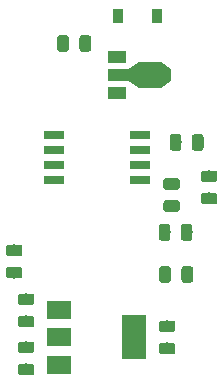
<source format=gbr>
G04 #@! TF.GenerationSoftware,KiCad,Pcbnew,(5.1.2)-2*
G04 #@! TF.CreationDate,2019-07-25T16:59:57-04:00*
G04 #@! TF.ProjectId,CABR_Schematic,43414252-5f53-4636-9865-6d617469632e,rev?*
G04 #@! TF.SameCoordinates,Original*
G04 #@! TF.FileFunction,Paste,Top*
G04 #@! TF.FilePolarity,Positive*
%FSLAX46Y46*%
G04 Gerber Fmt 4.6, Leading zero omitted, Abs format (unit mm)*
G04 Created by KiCad (PCBNEW (5.1.2)-2) date 2019-07-25 16:59:57*
%MOMM*%
%LPD*%
G04 APERTURE LIST*
%ADD10C,0.100000*%
%ADD11C,0.975000*%
%ADD12R,0.900000X1.200000*%
%ADD13C,0.850000*%
%ADD14R,1.500000X1.000000*%
%ADD15R,1.800000X1.000000*%
%ADD16R,1.840000X2.200000*%
%ADD17C,1.000000*%
%ADD18R,2.000000X3.800000*%
%ADD19R,2.000000X1.500000*%
%ADD20R,1.700000X0.650000*%
G04 APERTURE END LIST*
D10*
G36*
X143736142Y-100019174D02*
G01*
X143759803Y-100022684D01*
X143783007Y-100028496D01*
X143805529Y-100036554D01*
X143827153Y-100046782D01*
X143847670Y-100059079D01*
X143866883Y-100073329D01*
X143884607Y-100089393D01*
X143900671Y-100107117D01*
X143914921Y-100126330D01*
X143927218Y-100146847D01*
X143937446Y-100168471D01*
X143945504Y-100190993D01*
X143951316Y-100214197D01*
X143954826Y-100237858D01*
X143956000Y-100261750D01*
X143956000Y-100749250D01*
X143954826Y-100773142D01*
X143951316Y-100796803D01*
X143945504Y-100820007D01*
X143937446Y-100842529D01*
X143927218Y-100864153D01*
X143914921Y-100884670D01*
X143900671Y-100903883D01*
X143884607Y-100921607D01*
X143866883Y-100937671D01*
X143847670Y-100951921D01*
X143827153Y-100964218D01*
X143805529Y-100974446D01*
X143783007Y-100982504D01*
X143759803Y-100988316D01*
X143736142Y-100991826D01*
X143712250Y-100993000D01*
X142799750Y-100993000D01*
X142775858Y-100991826D01*
X142752197Y-100988316D01*
X142728993Y-100982504D01*
X142706471Y-100974446D01*
X142684847Y-100964218D01*
X142664330Y-100951921D01*
X142645117Y-100937671D01*
X142627393Y-100921607D01*
X142611329Y-100903883D01*
X142597079Y-100884670D01*
X142584782Y-100864153D01*
X142574554Y-100842529D01*
X142566496Y-100820007D01*
X142560684Y-100796803D01*
X142557174Y-100773142D01*
X142556000Y-100749250D01*
X142556000Y-100261750D01*
X142557174Y-100237858D01*
X142560684Y-100214197D01*
X142566496Y-100190993D01*
X142574554Y-100168471D01*
X142584782Y-100146847D01*
X142597079Y-100126330D01*
X142611329Y-100107117D01*
X142627393Y-100089393D01*
X142645117Y-100073329D01*
X142664330Y-100059079D01*
X142684847Y-100046782D01*
X142706471Y-100036554D01*
X142728993Y-100028496D01*
X142752197Y-100022684D01*
X142775858Y-100019174D01*
X142799750Y-100018000D01*
X143712250Y-100018000D01*
X143736142Y-100019174D01*
X143736142Y-100019174D01*
G37*
D11*
X143256000Y-100505500D03*
D10*
G36*
X143736142Y-98144174D02*
G01*
X143759803Y-98147684D01*
X143783007Y-98153496D01*
X143805529Y-98161554D01*
X143827153Y-98171782D01*
X143847670Y-98184079D01*
X143866883Y-98198329D01*
X143884607Y-98214393D01*
X143900671Y-98232117D01*
X143914921Y-98251330D01*
X143927218Y-98271847D01*
X143937446Y-98293471D01*
X143945504Y-98315993D01*
X143951316Y-98339197D01*
X143954826Y-98362858D01*
X143956000Y-98386750D01*
X143956000Y-98874250D01*
X143954826Y-98898142D01*
X143951316Y-98921803D01*
X143945504Y-98945007D01*
X143937446Y-98967529D01*
X143927218Y-98989153D01*
X143914921Y-99009670D01*
X143900671Y-99028883D01*
X143884607Y-99046607D01*
X143866883Y-99062671D01*
X143847670Y-99076921D01*
X143827153Y-99089218D01*
X143805529Y-99099446D01*
X143783007Y-99107504D01*
X143759803Y-99113316D01*
X143736142Y-99116826D01*
X143712250Y-99118000D01*
X142799750Y-99118000D01*
X142775858Y-99116826D01*
X142752197Y-99113316D01*
X142728993Y-99107504D01*
X142706471Y-99099446D01*
X142684847Y-99089218D01*
X142664330Y-99076921D01*
X142645117Y-99062671D01*
X142627393Y-99046607D01*
X142611329Y-99028883D01*
X142597079Y-99009670D01*
X142584782Y-98989153D01*
X142574554Y-98967529D01*
X142566496Y-98945007D01*
X142560684Y-98921803D01*
X142557174Y-98898142D01*
X142556000Y-98874250D01*
X142556000Y-98386750D01*
X142557174Y-98362858D01*
X142560684Y-98339197D01*
X142566496Y-98315993D01*
X142574554Y-98293471D01*
X142584782Y-98271847D01*
X142597079Y-98251330D01*
X142611329Y-98232117D01*
X142627393Y-98214393D01*
X142645117Y-98198329D01*
X142664330Y-98184079D01*
X142684847Y-98171782D01*
X142706471Y-98161554D01*
X142728993Y-98153496D01*
X142752197Y-98147684D01*
X142775858Y-98144174D01*
X142799750Y-98143000D01*
X143712250Y-98143000D01*
X143736142Y-98144174D01*
X143736142Y-98144174D01*
G37*
D11*
X143256000Y-98630500D03*
D10*
G36*
X155674142Y-98241174D02*
G01*
X155697803Y-98244684D01*
X155721007Y-98250496D01*
X155743529Y-98258554D01*
X155765153Y-98268782D01*
X155785670Y-98281079D01*
X155804883Y-98295329D01*
X155822607Y-98311393D01*
X155838671Y-98329117D01*
X155852921Y-98348330D01*
X155865218Y-98368847D01*
X155875446Y-98390471D01*
X155883504Y-98412993D01*
X155889316Y-98436197D01*
X155892826Y-98459858D01*
X155894000Y-98483750D01*
X155894000Y-98971250D01*
X155892826Y-98995142D01*
X155889316Y-99018803D01*
X155883504Y-99042007D01*
X155875446Y-99064529D01*
X155865218Y-99086153D01*
X155852921Y-99106670D01*
X155838671Y-99125883D01*
X155822607Y-99143607D01*
X155804883Y-99159671D01*
X155785670Y-99173921D01*
X155765153Y-99186218D01*
X155743529Y-99196446D01*
X155721007Y-99204504D01*
X155697803Y-99210316D01*
X155674142Y-99213826D01*
X155650250Y-99215000D01*
X154737750Y-99215000D01*
X154713858Y-99213826D01*
X154690197Y-99210316D01*
X154666993Y-99204504D01*
X154644471Y-99196446D01*
X154622847Y-99186218D01*
X154602330Y-99173921D01*
X154583117Y-99159671D01*
X154565393Y-99143607D01*
X154549329Y-99125883D01*
X154535079Y-99106670D01*
X154522782Y-99086153D01*
X154512554Y-99064529D01*
X154504496Y-99042007D01*
X154498684Y-99018803D01*
X154495174Y-98995142D01*
X154494000Y-98971250D01*
X154494000Y-98483750D01*
X154495174Y-98459858D01*
X154498684Y-98436197D01*
X154504496Y-98412993D01*
X154512554Y-98390471D01*
X154522782Y-98368847D01*
X154535079Y-98348330D01*
X154549329Y-98329117D01*
X154565393Y-98311393D01*
X154583117Y-98295329D01*
X154602330Y-98281079D01*
X154622847Y-98268782D01*
X154644471Y-98258554D01*
X154666993Y-98250496D01*
X154690197Y-98244684D01*
X154713858Y-98241174D01*
X154737750Y-98240000D01*
X155650250Y-98240000D01*
X155674142Y-98241174D01*
X155674142Y-98241174D01*
G37*
D11*
X155194000Y-98727500D03*
D10*
G36*
X155674142Y-96366174D02*
G01*
X155697803Y-96369684D01*
X155721007Y-96375496D01*
X155743529Y-96383554D01*
X155765153Y-96393782D01*
X155785670Y-96406079D01*
X155804883Y-96420329D01*
X155822607Y-96436393D01*
X155838671Y-96454117D01*
X155852921Y-96473330D01*
X155865218Y-96493847D01*
X155875446Y-96515471D01*
X155883504Y-96537993D01*
X155889316Y-96561197D01*
X155892826Y-96584858D01*
X155894000Y-96608750D01*
X155894000Y-97096250D01*
X155892826Y-97120142D01*
X155889316Y-97143803D01*
X155883504Y-97167007D01*
X155875446Y-97189529D01*
X155865218Y-97211153D01*
X155852921Y-97231670D01*
X155838671Y-97250883D01*
X155822607Y-97268607D01*
X155804883Y-97284671D01*
X155785670Y-97298921D01*
X155765153Y-97311218D01*
X155743529Y-97321446D01*
X155721007Y-97329504D01*
X155697803Y-97335316D01*
X155674142Y-97338826D01*
X155650250Y-97340000D01*
X154737750Y-97340000D01*
X154713858Y-97338826D01*
X154690197Y-97335316D01*
X154666993Y-97329504D01*
X154644471Y-97321446D01*
X154622847Y-97311218D01*
X154602330Y-97298921D01*
X154583117Y-97284671D01*
X154565393Y-97268607D01*
X154549329Y-97250883D01*
X154535079Y-97231670D01*
X154522782Y-97211153D01*
X154512554Y-97189529D01*
X154504496Y-97167007D01*
X154498684Y-97143803D01*
X154495174Y-97120142D01*
X154494000Y-97096250D01*
X154494000Y-96608750D01*
X154495174Y-96584858D01*
X154498684Y-96561197D01*
X154504496Y-96537993D01*
X154512554Y-96515471D01*
X154522782Y-96493847D01*
X154535079Y-96473330D01*
X154549329Y-96454117D01*
X154565393Y-96436393D01*
X154583117Y-96420329D01*
X154602330Y-96406079D01*
X154622847Y-96393782D01*
X154644471Y-96383554D01*
X154666993Y-96375496D01*
X154690197Y-96369684D01*
X154713858Y-96366174D01*
X154737750Y-96365000D01*
X155650250Y-96365000D01*
X155674142Y-96366174D01*
X155674142Y-96366174D01*
G37*
D11*
X155194000Y-96852500D03*
D10*
G36*
X142720142Y-91812674D02*
G01*
X142743803Y-91816184D01*
X142767007Y-91821996D01*
X142789529Y-91830054D01*
X142811153Y-91840282D01*
X142831670Y-91852579D01*
X142850883Y-91866829D01*
X142868607Y-91882893D01*
X142884671Y-91900617D01*
X142898921Y-91919830D01*
X142911218Y-91940347D01*
X142921446Y-91961971D01*
X142929504Y-91984493D01*
X142935316Y-92007697D01*
X142938826Y-92031358D01*
X142940000Y-92055250D01*
X142940000Y-92542750D01*
X142938826Y-92566642D01*
X142935316Y-92590303D01*
X142929504Y-92613507D01*
X142921446Y-92636029D01*
X142911218Y-92657653D01*
X142898921Y-92678170D01*
X142884671Y-92697383D01*
X142868607Y-92715107D01*
X142850883Y-92731171D01*
X142831670Y-92745421D01*
X142811153Y-92757718D01*
X142789529Y-92767946D01*
X142767007Y-92776004D01*
X142743803Y-92781816D01*
X142720142Y-92785326D01*
X142696250Y-92786500D01*
X141783750Y-92786500D01*
X141759858Y-92785326D01*
X141736197Y-92781816D01*
X141712993Y-92776004D01*
X141690471Y-92767946D01*
X141668847Y-92757718D01*
X141648330Y-92745421D01*
X141629117Y-92731171D01*
X141611393Y-92715107D01*
X141595329Y-92697383D01*
X141581079Y-92678170D01*
X141568782Y-92657653D01*
X141558554Y-92636029D01*
X141550496Y-92613507D01*
X141544684Y-92590303D01*
X141541174Y-92566642D01*
X141540000Y-92542750D01*
X141540000Y-92055250D01*
X141541174Y-92031358D01*
X141544684Y-92007697D01*
X141550496Y-91984493D01*
X141558554Y-91961971D01*
X141568782Y-91940347D01*
X141581079Y-91919830D01*
X141595329Y-91900617D01*
X141611393Y-91882893D01*
X141629117Y-91866829D01*
X141648330Y-91852579D01*
X141668847Y-91840282D01*
X141690471Y-91830054D01*
X141712993Y-91821996D01*
X141736197Y-91816184D01*
X141759858Y-91812674D01*
X141783750Y-91811500D01*
X142696250Y-91811500D01*
X142720142Y-91812674D01*
X142720142Y-91812674D01*
G37*
D11*
X142240000Y-92299000D03*
D10*
G36*
X142720142Y-89937674D02*
G01*
X142743803Y-89941184D01*
X142767007Y-89946996D01*
X142789529Y-89955054D01*
X142811153Y-89965282D01*
X142831670Y-89977579D01*
X142850883Y-89991829D01*
X142868607Y-90007893D01*
X142884671Y-90025617D01*
X142898921Y-90044830D01*
X142911218Y-90065347D01*
X142921446Y-90086971D01*
X142929504Y-90109493D01*
X142935316Y-90132697D01*
X142938826Y-90156358D01*
X142940000Y-90180250D01*
X142940000Y-90667750D01*
X142938826Y-90691642D01*
X142935316Y-90715303D01*
X142929504Y-90738507D01*
X142921446Y-90761029D01*
X142911218Y-90782653D01*
X142898921Y-90803170D01*
X142884671Y-90822383D01*
X142868607Y-90840107D01*
X142850883Y-90856171D01*
X142831670Y-90870421D01*
X142811153Y-90882718D01*
X142789529Y-90892946D01*
X142767007Y-90901004D01*
X142743803Y-90906816D01*
X142720142Y-90910326D01*
X142696250Y-90911500D01*
X141783750Y-90911500D01*
X141759858Y-90910326D01*
X141736197Y-90906816D01*
X141712993Y-90901004D01*
X141690471Y-90892946D01*
X141668847Y-90882718D01*
X141648330Y-90870421D01*
X141629117Y-90856171D01*
X141611393Y-90840107D01*
X141595329Y-90822383D01*
X141581079Y-90803170D01*
X141568782Y-90782653D01*
X141558554Y-90761029D01*
X141550496Y-90738507D01*
X141544684Y-90715303D01*
X141541174Y-90691642D01*
X141540000Y-90667750D01*
X141540000Y-90180250D01*
X141541174Y-90156358D01*
X141544684Y-90132697D01*
X141550496Y-90109493D01*
X141558554Y-90086971D01*
X141568782Y-90065347D01*
X141581079Y-90044830D01*
X141595329Y-90025617D01*
X141611393Y-90007893D01*
X141629117Y-89991829D01*
X141648330Y-89977579D01*
X141668847Y-89965282D01*
X141690471Y-89955054D01*
X141712993Y-89946996D01*
X141736197Y-89941184D01*
X141759858Y-89937674D01*
X141783750Y-89936500D01*
X142696250Y-89936500D01*
X142720142Y-89937674D01*
X142720142Y-89937674D01*
G37*
D11*
X142240000Y-90424000D03*
D12*
X154304000Y-70612000D03*
X151004000Y-70612000D03*
D13*
X155067000Y-75565000D03*
D10*
G36*
X154642000Y-74465000D02*
G01*
X155492000Y-75065000D01*
X155492000Y-76065000D01*
X154642000Y-76665000D01*
X154642000Y-74465000D01*
X154642000Y-74465000D01*
G37*
D14*
X150920000Y-74065000D03*
D15*
X151066500Y-75565000D03*
D14*
X150920000Y-77065000D03*
D16*
X153733500Y-75565000D03*
D17*
X152323800Y-75565000D03*
D10*
G36*
X152823800Y-76665000D02*
G01*
X151823800Y-75965000D01*
X151823800Y-75165000D01*
X152823800Y-74465000D01*
X152823800Y-76665000D01*
X152823800Y-76665000D01*
G37*
G36*
X157112642Y-88201174D02*
G01*
X157136303Y-88204684D01*
X157159507Y-88210496D01*
X157182029Y-88218554D01*
X157203653Y-88228782D01*
X157224170Y-88241079D01*
X157243383Y-88255329D01*
X157261107Y-88271393D01*
X157277171Y-88289117D01*
X157291421Y-88308330D01*
X157303718Y-88328847D01*
X157313946Y-88350471D01*
X157322004Y-88372993D01*
X157327816Y-88396197D01*
X157331326Y-88419858D01*
X157332500Y-88443750D01*
X157332500Y-89356250D01*
X157331326Y-89380142D01*
X157327816Y-89403803D01*
X157322004Y-89427007D01*
X157313946Y-89449529D01*
X157303718Y-89471153D01*
X157291421Y-89491670D01*
X157277171Y-89510883D01*
X157261107Y-89528607D01*
X157243383Y-89544671D01*
X157224170Y-89558921D01*
X157203653Y-89571218D01*
X157182029Y-89581446D01*
X157159507Y-89589504D01*
X157136303Y-89595316D01*
X157112642Y-89598826D01*
X157088750Y-89600000D01*
X156601250Y-89600000D01*
X156577358Y-89598826D01*
X156553697Y-89595316D01*
X156530493Y-89589504D01*
X156507971Y-89581446D01*
X156486347Y-89571218D01*
X156465830Y-89558921D01*
X156446617Y-89544671D01*
X156428893Y-89528607D01*
X156412829Y-89510883D01*
X156398579Y-89491670D01*
X156386282Y-89471153D01*
X156376054Y-89449529D01*
X156367996Y-89427007D01*
X156362184Y-89403803D01*
X156358674Y-89380142D01*
X156357500Y-89356250D01*
X156357500Y-88443750D01*
X156358674Y-88419858D01*
X156362184Y-88396197D01*
X156367996Y-88372993D01*
X156376054Y-88350471D01*
X156386282Y-88328847D01*
X156398579Y-88308330D01*
X156412829Y-88289117D01*
X156428893Y-88271393D01*
X156446617Y-88255329D01*
X156465830Y-88241079D01*
X156486347Y-88228782D01*
X156507971Y-88218554D01*
X156530493Y-88210496D01*
X156553697Y-88204684D01*
X156577358Y-88201174D01*
X156601250Y-88200000D01*
X157088750Y-88200000D01*
X157112642Y-88201174D01*
X157112642Y-88201174D01*
G37*
D11*
X156845000Y-88900000D03*
D10*
G36*
X155237642Y-88201174D02*
G01*
X155261303Y-88204684D01*
X155284507Y-88210496D01*
X155307029Y-88218554D01*
X155328653Y-88228782D01*
X155349170Y-88241079D01*
X155368383Y-88255329D01*
X155386107Y-88271393D01*
X155402171Y-88289117D01*
X155416421Y-88308330D01*
X155428718Y-88328847D01*
X155438946Y-88350471D01*
X155447004Y-88372993D01*
X155452816Y-88396197D01*
X155456326Y-88419858D01*
X155457500Y-88443750D01*
X155457500Y-89356250D01*
X155456326Y-89380142D01*
X155452816Y-89403803D01*
X155447004Y-89427007D01*
X155438946Y-89449529D01*
X155428718Y-89471153D01*
X155416421Y-89491670D01*
X155402171Y-89510883D01*
X155386107Y-89528607D01*
X155368383Y-89544671D01*
X155349170Y-89558921D01*
X155328653Y-89571218D01*
X155307029Y-89581446D01*
X155284507Y-89589504D01*
X155261303Y-89595316D01*
X155237642Y-89598826D01*
X155213750Y-89600000D01*
X154726250Y-89600000D01*
X154702358Y-89598826D01*
X154678697Y-89595316D01*
X154655493Y-89589504D01*
X154632971Y-89581446D01*
X154611347Y-89571218D01*
X154590830Y-89558921D01*
X154571617Y-89544671D01*
X154553893Y-89528607D01*
X154537829Y-89510883D01*
X154523579Y-89491670D01*
X154511282Y-89471153D01*
X154501054Y-89449529D01*
X154492996Y-89427007D01*
X154487184Y-89403803D01*
X154483674Y-89380142D01*
X154482500Y-89356250D01*
X154482500Y-88443750D01*
X154483674Y-88419858D01*
X154487184Y-88396197D01*
X154492996Y-88372993D01*
X154501054Y-88350471D01*
X154511282Y-88328847D01*
X154523579Y-88308330D01*
X154537829Y-88289117D01*
X154553893Y-88271393D01*
X154571617Y-88255329D01*
X154590830Y-88241079D01*
X154611347Y-88228782D01*
X154632971Y-88218554D01*
X154655493Y-88210496D01*
X154678697Y-88204684D01*
X154702358Y-88201174D01*
X154726250Y-88200000D01*
X155213750Y-88200000D01*
X155237642Y-88201174D01*
X155237642Y-88201174D01*
G37*
D11*
X154970000Y-88900000D03*
D10*
G36*
X159230142Y-83666174D02*
G01*
X159253803Y-83669684D01*
X159277007Y-83675496D01*
X159299529Y-83683554D01*
X159321153Y-83693782D01*
X159341670Y-83706079D01*
X159360883Y-83720329D01*
X159378607Y-83736393D01*
X159394671Y-83754117D01*
X159408921Y-83773330D01*
X159421218Y-83793847D01*
X159431446Y-83815471D01*
X159439504Y-83837993D01*
X159445316Y-83861197D01*
X159448826Y-83884858D01*
X159450000Y-83908750D01*
X159450000Y-84396250D01*
X159448826Y-84420142D01*
X159445316Y-84443803D01*
X159439504Y-84467007D01*
X159431446Y-84489529D01*
X159421218Y-84511153D01*
X159408921Y-84531670D01*
X159394671Y-84550883D01*
X159378607Y-84568607D01*
X159360883Y-84584671D01*
X159341670Y-84598921D01*
X159321153Y-84611218D01*
X159299529Y-84621446D01*
X159277007Y-84629504D01*
X159253803Y-84635316D01*
X159230142Y-84638826D01*
X159206250Y-84640000D01*
X158293750Y-84640000D01*
X158269858Y-84638826D01*
X158246197Y-84635316D01*
X158222993Y-84629504D01*
X158200471Y-84621446D01*
X158178847Y-84611218D01*
X158158330Y-84598921D01*
X158139117Y-84584671D01*
X158121393Y-84568607D01*
X158105329Y-84550883D01*
X158091079Y-84531670D01*
X158078782Y-84511153D01*
X158068554Y-84489529D01*
X158060496Y-84467007D01*
X158054684Y-84443803D01*
X158051174Y-84420142D01*
X158050000Y-84396250D01*
X158050000Y-83908750D01*
X158051174Y-83884858D01*
X158054684Y-83861197D01*
X158060496Y-83837993D01*
X158068554Y-83815471D01*
X158078782Y-83793847D01*
X158091079Y-83773330D01*
X158105329Y-83754117D01*
X158121393Y-83736393D01*
X158139117Y-83720329D01*
X158158330Y-83706079D01*
X158178847Y-83693782D01*
X158200471Y-83683554D01*
X158222993Y-83675496D01*
X158246197Y-83669684D01*
X158269858Y-83666174D01*
X158293750Y-83665000D01*
X159206250Y-83665000D01*
X159230142Y-83666174D01*
X159230142Y-83666174D01*
G37*
D11*
X158750000Y-84152500D03*
D10*
G36*
X159230142Y-85541174D02*
G01*
X159253803Y-85544684D01*
X159277007Y-85550496D01*
X159299529Y-85558554D01*
X159321153Y-85568782D01*
X159341670Y-85581079D01*
X159360883Y-85595329D01*
X159378607Y-85611393D01*
X159394671Y-85629117D01*
X159408921Y-85648330D01*
X159421218Y-85668847D01*
X159431446Y-85690471D01*
X159439504Y-85712993D01*
X159445316Y-85736197D01*
X159448826Y-85759858D01*
X159450000Y-85783750D01*
X159450000Y-86271250D01*
X159448826Y-86295142D01*
X159445316Y-86318803D01*
X159439504Y-86342007D01*
X159431446Y-86364529D01*
X159421218Y-86386153D01*
X159408921Y-86406670D01*
X159394671Y-86425883D01*
X159378607Y-86443607D01*
X159360883Y-86459671D01*
X159341670Y-86473921D01*
X159321153Y-86486218D01*
X159299529Y-86496446D01*
X159277007Y-86504504D01*
X159253803Y-86510316D01*
X159230142Y-86513826D01*
X159206250Y-86515000D01*
X158293750Y-86515000D01*
X158269858Y-86513826D01*
X158246197Y-86510316D01*
X158222993Y-86504504D01*
X158200471Y-86496446D01*
X158178847Y-86486218D01*
X158158330Y-86473921D01*
X158139117Y-86459671D01*
X158121393Y-86443607D01*
X158105329Y-86425883D01*
X158091079Y-86406670D01*
X158078782Y-86386153D01*
X158068554Y-86364529D01*
X158060496Y-86342007D01*
X158054684Y-86318803D01*
X158051174Y-86295142D01*
X158050000Y-86271250D01*
X158050000Y-85783750D01*
X158051174Y-85759858D01*
X158054684Y-85736197D01*
X158060496Y-85712993D01*
X158068554Y-85690471D01*
X158078782Y-85668847D01*
X158091079Y-85648330D01*
X158105329Y-85629117D01*
X158121393Y-85611393D01*
X158139117Y-85595329D01*
X158158330Y-85581079D01*
X158178847Y-85568782D01*
X158200471Y-85558554D01*
X158222993Y-85550496D01*
X158246197Y-85544684D01*
X158269858Y-85541174D01*
X158293750Y-85540000D01*
X159206250Y-85540000D01*
X159230142Y-85541174D01*
X159230142Y-85541174D01*
G37*
D11*
X158750000Y-86027500D03*
D10*
G36*
X143736142Y-94080174D02*
G01*
X143759803Y-94083684D01*
X143783007Y-94089496D01*
X143805529Y-94097554D01*
X143827153Y-94107782D01*
X143847670Y-94120079D01*
X143866883Y-94134329D01*
X143884607Y-94150393D01*
X143900671Y-94168117D01*
X143914921Y-94187330D01*
X143927218Y-94207847D01*
X143937446Y-94229471D01*
X143945504Y-94251993D01*
X143951316Y-94275197D01*
X143954826Y-94298858D01*
X143956000Y-94322750D01*
X143956000Y-94810250D01*
X143954826Y-94834142D01*
X143951316Y-94857803D01*
X143945504Y-94881007D01*
X143937446Y-94903529D01*
X143927218Y-94925153D01*
X143914921Y-94945670D01*
X143900671Y-94964883D01*
X143884607Y-94982607D01*
X143866883Y-94998671D01*
X143847670Y-95012921D01*
X143827153Y-95025218D01*
X143805529Y-95035446D01*
X143783007Y-95043504D01*
X143759803Y-95049316D01*
X143736142Y-95052826D01*
X143712250Y-95054000D01*
X142799750Y-95054000D01*
X142775858Y-95052826D01*
X142752197Y-95049316D01*
X142728993Y-95043504D01*
X142706471Y-95035446D01*
X142684847Y-95025218D01*
X142664330Y-95012921D01*
X142645117Y-94998671D01*
X142627393Y-94982607D01*
X142611329Y-94964883D01*
X142597079Y-94945670D01*
X142584782Y-94925153D01*
X142574554Y-94903529D01*
X142566496Y-94881007D01*
X142560684Y-94857803D01*
X142557174Y-94834142D01*
X142556000Y-94810250D01*
X142556000Y-94322750D01*
X142557174Y-94298858D01*
X142560684Y-94275197D01*
X142566496Y-94251993D01*
X142574554Y-94229471D01*
X142584782Y-94207847D01*
X142597079Y-94187330D01*
X142611329Y-94168117D01*
X142627393Y-94150393D01*
X142645117Y-94134329D01*
X142664330Y-94120079D01*
X142684847Y-94107782D01*
X142706471Y-94097554D01*
X142728993Y-94089496D01*
X142752197Y-94083684D01*
X142775858Y-94080174D01*
X142799750Y-94079000D01*
X143712250Y-94079000D01*
X143736142Y-94080174D01*
X143736142Y-94080174D01*
G37*
D11*
X143256000Y-94566500D03*
D10*
G36*
X143736142Y-95955174D02*
G01*
X143759803Y-95958684D01*
X143783007Y-95964496D01*
X143805529Y-95972554D01*
X143827153Y-95982782D01*
X143847670Y-95995079D01*
X143866883Y-96009329D01*
X143884607Y-96025393D01*
X143900671Y-96043117D01*
X143914921Y-96062330D01*
X143927218Y-96082847D01*
X143937446Y-96104471D01*
X143945504Y-96126993D01*
X143951316Y-96150197D01*
X143954826Y-96173858D01*
X143956000Y-96197750D01*
X143956000Y-96685250D01*
X143954826Y-96709142D01*
X143951316Y-96732803D01*
X143945504Y-96756007D01*
X143937446Y-96778529D01*
X143927218Y-96800153D01*
X143914921Y-96820670D01*
X143900671Y-96839883D01*
X143884607Y-96857607D01*
X143866883Y-96873671D01*
X143847670Y-96887921D01*
X143827153Y-96900218D01*
X143805529Y-96910446D01*
X143783007Y-96918504D01*
X143759803Y-96924316D01*
X143736142Y-96927826D01*
X143712250Y-96929000D01*
X142799750Y-96929000D01*
X142775858Y-96927826D01*
X142752197Y-96924316D01*
X142728993Y-96918504D01*
X142706471Y-96910446D01*
X142684847Y-96900218D01*
X142664330Y-96887921D01*
X142645117Y-96873671D01*
X142627393Y-96857607D01*
X142611329Y-96839883D01*
X142597079Y-96820670D01*
X142584782Y-96800153D01*
X142574554Y-96778529D01*
X142566496Y-96756007D01*
X142560684Y-96732803D01*
X142557174Y-96709142D01*
X142556000Y-96685250D01*
X142556000Y-96197750D01*
X142557174Y-96173858D01*
X142560684Y-96150197D01*
X142566496Y-96126993D01*
X142574554Y-96104471D01*
X142584782Y-96082847D01*
X142597079Y-96062330D01*
X142611329Y-96043117D01*
X142627393Y-96025393D01*
X142645117Y-96009329D01*
X142664330Y-95995079D01*
X142684847Y-95982782D01*
X142706471Y-95972554D01*
X142728993Y-95964496D01*
X142752197Y-95958684D01*
X142775858Y-95955174D01*
X142799750Y-95954000D01*
X143712250Y-95954000D01*
X143736142Y-95955174D01*
X143736142Y-95955174D01*
G37*
D11*
X143256000Y-96441500D03*
D10*
G36*
X157161142Y-91757174D02*
G01*
X157184803Y-91760684D01*
X157208007Y-91766496D01*
X157230529Y-91774554D01*
X157252153Y-91784782D01*
X157272670Y-91797079D01*
X157291883Y-91811329D01*
X157309607Y-91827393D01*
X157325671Y-91845117D01*
X157339921Y-91864330D01*
X157352218Y-91884847D01*
X157362446Y-91906471D01*
X157370504Y-91928993D01*
X157376316Y-91952197D01*
X157379826Y-91975858D01*
X157381000Y-91999750D01*
X157381000Y-92912250D01*
X157379826Y-92936142D01*
X157376316Y-92959803D01*
X157370504Y-92983007D01*
X157362446Y-93005529D01*
X157352218Y-93027153D01*
X157339921Y-93047670D01*
X157325671Y-93066883D01*
X157309607Y-93084607D01*
X157291883Y-93100671D01*
X157272670Y-93114921D01*
X157252153Y-93127218D01*
X157230529Y-93137446D01*
X157208007Y-93145504D01*
X157184803Y-93151316D01*
X157161142Y-93154826D01*
X157137250Y-93156000D01*
X156649750Y-93156000D01*
X156625858Y-93154826D01*
X156602197Y-93151316D01*
X156578993Y-93145504D01*
X156556471Y-93137446D01*
X156534847Y-93127218D01*
X156514330Y-93114921D01*
X156495117Y-93100671D01*
X156477393Y-93084607D01*
X156461329Y-93066883D01*
X156447079Y-93047670D01*
X156434782Y-93027153D01*
X156424554Y-93005529D01*
X156416496Y-92983007D01*
X156410684Y-92959803D01*
X156407174Y-92936142D01*
X156406000Y-92912250D01*
X156406000Y-91999750D01*
X156407174Y-91975858D01*
X156410684Y-91952197D01*
X156416496Y-91928993D01*
X156424554Y-91906471D01*
X156434782Y-91884847D01*
X156447079Y-91864330D01*
X156461329Y-91845117D01*
X156477393Y-91827393D01*
X156495117Y-91811329D01*
X156514330Y-91797079D01*
X156534847Y-91784782D01*
X156556471Y-91774554D01*
X156578993Y-91766496D01*
X156602197Y-91760684D01*
X156625858Y-91757174D01*
X156649750Y-91756000D01*
X157137250Y-91756000D01*
X157161142Y-91757174D01*
X157161142Y-91757174D01*
G37*
D11*
X156893500Y-92456000D03*
D10*
G36*
X155286142Y-91757174D02*
G01*
X155309803Y-91760684D01*
X155333007Y-91766496D01*
X155355529Y-91774554D01*
X155377153Y-91784782D01*
X155397670Y-91797079D01*
X155416883Y-91811329D01*
X155434607Y-91827393D01*
X155450671Y-91845117D01*
X155464921Y-91864330D01*
X155477218Y-91884847D01*
X155487446Y-91906471D01*
X155495504Y-91928993D01*
X155501316Y-91952197D01*
X155504826Y-91975858D01*
X155506000Y-91999750D01*
X155506000Y-92912250D01*
X155504826Y-92936142D01*
X155501316Y-92959803D01*
X155495504Y-92983007D01*
X155487446Y-93005529D01*
X155477218Y-93027153D01*
X155464921Y-93047670D01*
X155450671Y-93066883D01*
X155434607Y-93084607D01*
X155416883Y-93100671D01*
X155397670Y-93114921D01*
X155377153Y-93127218D01*
X155355529Y-93137446D01*
X155333007Y-93145504D01*
X155309803Y-93151316D01*
X155286142Y-93154826D01*
X155262250Y-93156000D01*
X154774750Y-93156000D01*
X154750858Y-93154826D01*
X154727197Y-93151316D01*
X154703993Y-93145504D01*
X154681471Y-93137446D01*
X154659847Y-93127218D01*
X154639330Y-93114921D01*
X154620117Y-93100671D01*
X154602393Y-93084607D01*
X154586329Y-93066883D01*
X154572079Y-93047670D01*
X154559782Y-93027153D01*
X154549554Y-93005529D01*
X154541496Y-92983007D01*
X154535684Y-92959803D01*
X154532174Y-92936142D01*
X154531000Y-92912250D01*
X154531000Y-91999750D01*
X154532174Y-91975858D01*
X154535684Y-91952197D01*
X154541496Y-91928993D01*
X154549554Y-91906471D01*
X154559782Y-91884847D01*
X154572079Y-91864330D01*
X154586329Y-91845117D01*
X154602393Y-91827393D01*
X154620117Y-91811329D01*
X154639330Y-91797079D01*
X154659847Y-91784782D01*
X154681471Y-91774554D01*
X154703993Y-91766496D01*
X154727197Y-91760684D01*
X154750858Y-91757174D01*
X154774750Y-91756000D01*
X155262250Y-91756000D01*
X155286142Y-91757174D01*
X155286142Y-91757174D01*
G37*
D11*
X155018500Y-92456000D03*
D10*
G36*
X156055142Y-84301174D02*
G01*
X156078803Y-84304684D01*
X156102007Y-84310496D01*
X156124529Y-84318554D01*
X156146153Y-84328782D01*
X156166670Y-84341079D01*
X156185883Y-84355329D01*
X156203607Y-84371393D01*
X156219671Y-84389117D01*
X156233921Y-84408330D01*
X156246218Y-84428847D01*
X156256446Y-84450471D01*
X156264504Y-84472993D01*
X156270316Y-84496197D01*
X156273826Y-84519858D01*
X156275000Y-84543750D01*
X156275000Y-85031250D01*
X156273826Y-85055142D01*
X156270316Y-85078803D01*
X156264504Y-85102007D01*
X156256446Y-85124529D01*
X156246218Y-85146153D01*
X156233921Y-85166670D01*
X156219671Y-85185883D01*
X156203607Y-85203607D01*
X156185883Y-85219671D01*
X156166670Y-85233921D01*
X156146153Y-85246218D01*
X156124529Y-85256446D01*
X156102007Y-85264504D01*
X156078803Y-85270316D01*
X156055142Y-85273826D01*
X156031250Y-85275000D01*
X155118750Y-85275000D01*
X155094858Y-85273826D01*
X155071197Y-85270316D01*
X155047993Y-85264504D01*
X155025471Y-85256446D01*
X155003847Y-85246218D01*
X154983330Y-85233921D01*
X154964117Y-85219671D01*
X154946393Y-85203607D01*
X154930329Y-85185883D01*
X154916079Y-85166670D01*
X154903782Y-85146153D01*
X154893554Y-85124529D01*
X154885496Y-85102007D01*
X154879684Y-85078803D01*
X154876174Y-85055142D01*
X154875000Y-85031250D01*
X154875000Y-84543750D01*
X154876174Y-84519858D01*
X154879684Y-84496197D01*
X154885496Y-84472993D01*
X154893554Y-84450471D01*
X154903782Y-84428847D01*
X154916079Y-84408330D01*
X154930329Y-84389117D01*
X154946393Y-84371393D01*
X154964117Y-84355329D01*
X154983330Y-84341079D01*
X155003847Y-84328782D01*
X155025471Y-84318554D01*
X155047993Y-84310496D01*
X155071197Y-84304684D01*
X155094858Y-84301174D01*
X155118750Y-84300000D01*
X156031250Y-84300000D01*
X156055142Y-84301174D01*
X156055142Y-84301174D01*
G37*
D11*
X155575000Y-84787500D03*
D10*
G36*
X156055142Y-86176174D02*
G01*
X156078803Y-86179684D01*
X156102007Y-86185496D01*
X156124529Y-86193554D01*
X156146153Y-86203782D01*
X156166670Y-86216079D01*
X156185883Y-86230329D01*
X156203607Y-86246393D01*
X156219671Y-86264117D01*
X156233921Y-86283330D01*
X156246218Y-86303847D01*
X156256446Y-86325471D01*
X156264504Y-86347993D01*
X156270316Y-86371197D01*
X156273826Y-86394858D01*
X156275000Y-86418750D01*
X156275000Y-86906250D01*
X156273826Y-86930142D01*
X156270316Y-86953803D01*
X156264504Y-86977007D01*
X156256446Y-86999529D01*
X156246218Y-87021153D01*
X156233921Y-87041670D01*
X156219671Y-87060883D01*
X156203607Y-87078607D01*
X156185883Y-87094671D01*
X156166670Y-87108921D01*
X156146153Y-87121218D01*
X156124529Y-87131446D01*
X156102007Y-87139504D01*
X156078803Y-87145316D01*
X156055142Y-87148826D01*
X156031250Y-87150000D01*
X155118750Y-87150000D01*
X155094858Y-87148826D01*
X155071197Y-87145316D01*
X155047993Y-87139504D01*
X155025471Y-87131446D01*
X155003847Y-87121218D01*
X154983330Y-87108921D01*
X154964117Y-87094671D01*
X154946393Y-87078607D01*
X154930329Y-87060883D01*
X154916079Y-87041670D01*
X154903782Y-87021153D01*
X154893554Y-86999529D01*
X154885496Y-86977007D01*
X154879684Y-86953803D01*
X154876174Y-86930142D01*
X154875000Y-86906250D01*
X154875000Y-86418750D01*
X154876174Y-86394858D01*
X154879684Y-86371197D01*
X154885496Y-86347993D01*
X154893554Y-86325471D01*
X154903782Y-86303847D01*
X154916079Y-86283330D01*
X154930329Y-86264117D01*
X154946393Y-86246393D01*
X154964117Y-86230329D01*
X154983330Y-86216079D01*
X155003847Y-86203782D01*
X155025471Y-86193554D01*
X155047993Y-86185496D01*
X155071197Y-86179684D01*
X155094858Y-86176174D01*
X155118750Y-86175000D01*
X156031250Y-86175000D01*
X156055142Y-86176174D01*
X156055142Y-86176174D01*
G37*
D11*
X155575000Y-86662500D03*
D10*
G36*
X148525142Y-72199174D02*
G01*
X148548803Y-72202684D01*
X148572007Y-72208496D01*
X148594529Y-72216554D01*
X148616153Y-72226782D01*
X148636670Y-72239079D01*
X148655883Y-72253329D01*
X148673607Y-72269393D01*
X148689671Y-72287117D01*
X148703921Y-72306330D01*
X148716218Y-72326847D01*
X148726446Y-72348471D01*
X148734504Y-72370993D01*
X148740316Y-72394197D01*
X148743826Y-72417858D01*
X148745000Y-72441750D01*
X148745000Y-73354250D01*
X148743826Y-73378142D01*
X148740316Y-73401803D01*
X148734504Y-73425007D01*
X148726446Y-73447529D01*
X148716218Y-73469153D01*
X148703921Y-73489670D01*
X148689671Y-73508883D01*
X148673607Y-73526607D01*
X148655883Y-73542671D01*
X148636670Y-73556921D01*
X148616153Y-73569218D01*
X148594529Y-73579446D01*
X148572007Y-73587504D01*
X148548803Y-73593316D01*
X148525142Y-73596826D01*
X148501250Y-73598000D01*
X148013750Y-73598000D01*
X147989858Y-73596826D01*
X147966197Y-73593316D01*
X147942993Y-73587504D01*
X147920471Y-73579446D01*
X147898847Y-73569218D01*
X147878330Y-73556921D01*
X147859117Y-73542671D01*
X147841393Y-73526607D01*
X147825329Y-73508883D01*
X147811079Y-73489670D01*
X147798782Y-73469153D01*
X147788554Y-73447529D01*
X147780496Y-73425007D01*
X147774684Y-73401803D01*
X147771174Y-73378142D01*
X147770000Y-73354250D01*
X147770000Y-72441750D01*
X147771174Y-72417858D01*
X147774684Y-72394197D01*
X147780496Y-72370993D01*
X147788554Y-72348471D01*
X147798782Y-72326847D01*
X147811079Y-72306330D01*
X147825329Y-72287117D01*
X147841393Y-72269393D01*
X147859117Y-72253329D01*
X147878330Y-72239079D01*
X147898847Y-72226782D01*
X147920471Y-72216554D01*
X147942993Y-72208496D01*
X147966197Y-72202684D01*
X147989858Y-72199174D01*
X148013750Y-72198000D01*
X148501250Y-72198000D01*
X148525142Y-72199174D01*
X148525142Y-72199174D01*
G37*
D11*
X148257500Y-72898000D03*
D10*
G36*
X146650142Y-72199174D02*
G01*
X146673803Y-72202684D01*
X146697007Y-72208496D01*
X146719529Y-72216554D01*
X146741153Y-72226782D01*
X146761670Y-72239079D01*
X146780883Y-72253329D01*
X146798607Y-72269393D01*
X146814671Y-72287117D01*
X146828921Y-72306330D01*
X146841218Y-72326847D01*
X146851446Y-72348471D01*
X146859504Y-72370993D01*
X146865316Y-72394197D01*
X146868826Y-72417858D01*
X146870000Y-72441750D01*
X146870000Y-73354250D01*
X146868826Y-73378142D01*
X146865316Y-73401803D01*
X146859504Y-73425007D01*
X146851446Y-73447529D01*
X146841218Y-73469153D01*
X146828921Y-73489670D01*
X146814671Y-73508883D01*
X146798607Y-73526607D01*
X146780883Y-73542671D01*
X146761670Y-73556921D01*
X146741153Y-73569218D01*
X146719529Y-73579446D01*
X146697007Y-73587504D01*
X146673803Y-73593316D01*
X146650142Y-73596826D01*
X146626250Y-73598000D01*
X146138750Y-73598000D01*
X146114858Y-73596826D01*
X146091197Y-73593316D01*
X146067993Y-73587504D01*
X146045471Y-73579446D01*
X146023847Y-73569218D01*
X146003330Y-73556921D01*
X145984117Y-73542671D01*
X145966393Y-73526607D01*
X145950329Y-73508883D01*
X145936079Y-73489670D01*
X145923782Y-73469153D01*
X145913554Y-73447529D01*
X145905496Y-73425007D01*
X145899684Y-73401803D01*
X145896174Y-73378142D01*
X145895000Y-73354250D01*
X145895000Y-72441750D01*
X145896174Y-72417858D01*
X145899684Y-72394197D01*
X145905496Y-72370993D01*
X145913554Y-72348471D01*
X145923782Y-72326847D01*
X145936079Y-72306330D01*
X145950329Y-72287117D01*
X145966393Y-72269393D01*
X145984117Y-72253329D01*
X146003330Y-72239079D01*
X146023847Y-72226782D01*
X146045471Y-72216554D01*
X146067993Y-72208496D01*
X146091197Y-72202684D01*
X146114858Y-72199174D01*
X146138750Y-72198000D01*
X146626250Y-72198000D01*
X146650142Y-72199174D01*
X146650142Y-72199174D01*
G37*
D11*
X146382500Y-72898000D03*
D18*
X152375000Y-97790000D03*
D19*
X146075000Y-97790000D03*
X146075000Y-100090000D03*
X146075000Y-95490000D03*
D20*
X145575000Y-80645000D03*
X145575000Y-81915000D03*
X145575000Y-83185000D03*
X145575000Y-84455000D03*
X152875000Y-84455000D03*
X152875000Y-83185000D03*
X152875000Y-81915000D03*
X152875000Y-80645000D03*
D10*
G36*
X156175142Y-80581174D02*
G01*
X156198803Y-80584684D01*
X156222007Y-80590496D01*
X156244529Y-80598554D01*
X156266153Y-80608782D01*
X156286670Y-80621079D01*
X156305883Y-80635329D01*
X156323607Y-80651393D01*
X156339671Y-80669117D01*
X156353921Y-80688330D01*
X156366218Y-80708847D01*
X156376446Y-80730471D01*
X156384504Y-80752993D01*
X156390316Y-80776197D01*
X156393826Y-80799858D01*
X156395000Y-80823750D01*
X156395000Y-81736250D01*
X156393826Y-81760142D01*
X156390316Y-81783803D01*
X156384504Y-81807007D01*
X156376446Y-81829529D01*
X156366218Y-81851153D01*
X156353921Y-81871670D01*
X156339671Y-81890883D01*
X156323607Y-81908607D01*
X156305883Y-81924671D01*
X156286670Y-81938921D01*
X156266153Y-81951218D01*
X156244529Y-81961446D01*
X156222007Y-81969504D01*
X156198803Y-81975316D01*
X156175142Y-81978826D01*
X156151250Y-81980000D01*
X155663750Y-81980000D01*
X155639858Y-81978826D01*
X155616197Y-81975316D01*
X155592993Y-81969504D01*
X155570471Y-81961446D01*
X155548847Y-81951218D01*
X155528330Y-81938921D01*
X155509117Y-81924671D01*
X155491393Y-81908607D01*
X155475329Y-81890883D01*
X155461079Y-81871670D01*
X155448782Y-81851153D01*
X155438554Y-81829529D01*
X155430496Y-81807007D01*
X155424684Y-81783803D01*
X155421174Y-81760142D01*
X155420000Y-81736250D01*
X155420000Y-80823750D01*
X155421174Y-80799858D01*
X155424684Y-80776197D01*
X155430496Y-80752993D01*
X155438554Y-80730471D01*
X155448782Y-80708847D01*
X155461079Y-80688330D01*
X155475329Y-80669117D01*
X155491393Y-80651393D01*
X155509117Y-80635329D01*
X155528330Y-80621079D01*
X155548847Y-80608782D01*
X155570471Y-80598554D01*
X155592993Y-80590496D01*
X155616197Y-80584684D01*
X155639858Y-80581174D01*
X155663750Y-80580000D01*
X156151250Y-80580000D01*
X156175142Y-80581174D01*
X156175142Y-80581174D01*
G37*
D11*
X155907500Y-81280000D03*
D10*
G36*
X158050142Y-80581174D02*
G01*
X158073803Y-80584684D01*
X158097007Y-80590496D01*
X158119529Y-80598554D01*
X158141153Y-80608782D01*
X158161670Y-80621079D01*
X158180883Y-80635329D01*
X158198607Y-80651393D01*
X158214671Y-80669117D01*
X158228921Y-80688330D01*
X158241218Y-80708847D01*
X158251446Y-80730471D01*
X158259504Y-80752993D01*
X158265316Y-80776197D01*
X158268826Y-80799858D01*
X158270000Y-80823750D01*
X158270000Y-81736250D01*
X158268826Y-81760142D01*
X158265316Y-81783803D01*
X158259504Y-81807007D01*
X158251446Y-81829529D01*
X158241218Y-81851153D01*
X158228921Y-81871670D01*
X158214671Y-81890883D01*
X158198607Y-81908607D01*
X158180883Y-81924671D01*
X158161670Y-81938921D01*
X158141153Y-81951218D01*
X158119529Y-81961446D01*
X158097007Y-81969504D01*
X158073803Y-81975316D01*
X158050142Y-81978826D01*
X158026250Y-81980000D01*
X157538750Y-81980000D01*
X157514858Y-81978826D01*
X157491197Y-81975316D01*
X157467993Y-81969504D01*
X157445471Y-81961446D01*
X157423847Y-81951218D01*
X157403330Y-81938921D01*
X157384117Y-81924671D01*
X157366393Y-81908607D01*
X157350329Y-81890883D01*
X157336079Y-81871670D01*
X157323782Y-81851153D01*
X157313554Y-81829529D01*
X157305496Y-81807007D01*
X157299684Y-81783803D01*
X157296174Y-81760142D01*
X157295000Y-81736250D01*
X157295000Y-80823750D01*
X157296174Y-80799858D01*
X157299684Y-80776197D01*
X157305496Y-80752993D01*
X157313554Y-80730471D01*
X157323782Y-80708847D01*
X157336079Y-80688330D01*
X157350329Y-80669117D01*
X157366393Y-80651393D01*
X157384117Y-80635329D01*
X157403330Y-80621079D01*
X157423847Y-80608782D01*
X157445471Y-80598554D01*
X157467993Y-80590496D01*
X157491197Y-80584684D01*
X157514858Y-80581174D01*
X157538750Y-80580000D01*
X158026250Y-80580000D01*
X158050142Y-80581174D01*
X158050142Y-80581174D01*
G37*
D11*
X157782500Y-81280000D03*
M02*

</source>
